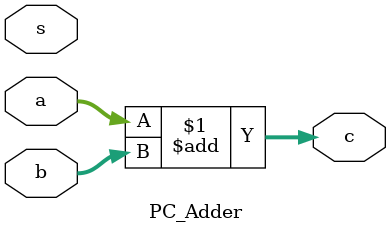
<source format=v>
module PC_Adder (a,b,c,s);
input [31:0] a,b;
input s;
output [31:0] c;

assign c = a+b;
    
endmodule
</source>
